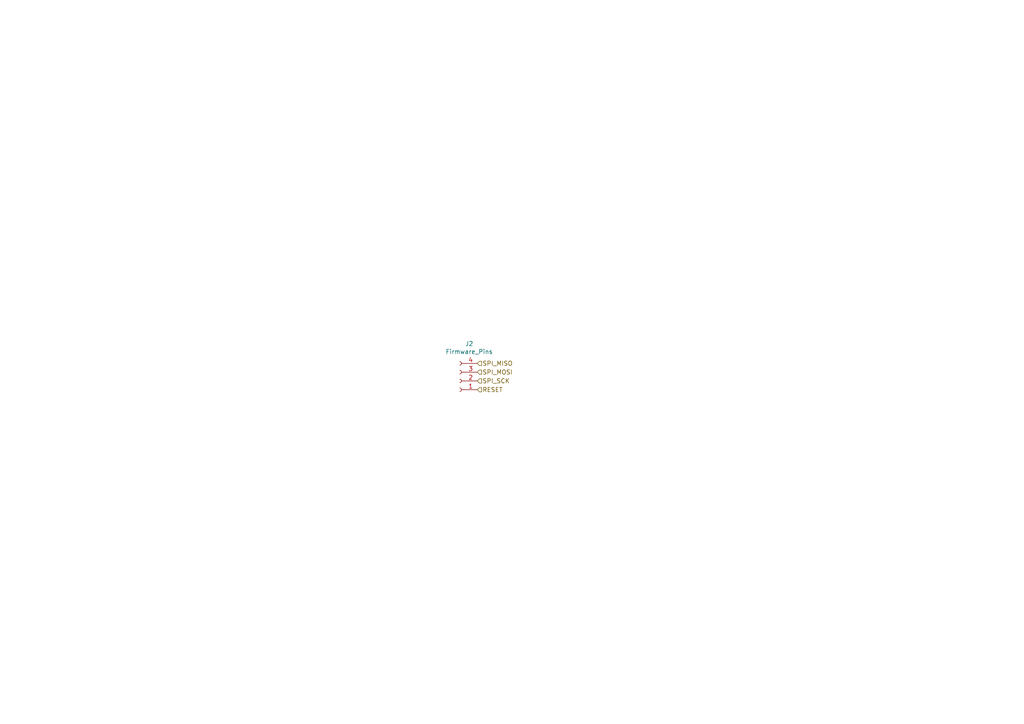
<source format=kicad_sch>
(kicad_sch (version 20210621) (generator eeschema)
  (paper "A4")
  (title_block (title "Wederian") (date "2021-10-24") (rev "0.2.0") (comment 1 "Mark Raynsford") (comment 2 "https://www.github.com/io7m/wederian"))
  (lib_symbols
    (symbol "Connector:Conn_01x04_Female" (pin_names (offset 1.016) hide)
      (property "Reference" "J" (at 0 5.08 0))
      (property "Value" "Conn_01x04_Female" (at 0 -7.62 0))
      (symbol "Conn_01x04_Female_1_1"
        (arc (start 0 -4.572) (mid -0.508 -5.08) (end 0 -5.588) (stroke (width 0.1524)))
        (arc (start 0 -2.032) (mid -0.508 -2.54) (end 0 -3.048) (stroke (width 0.1524)))
        (polyline (pts (xy -1.27 -5.08) (xy -0.508 -5.08)) (stroke (width 0.1524)))
        (polyline (pts (xy -1.27 -2.54) (xy -0.508 -2.54)) (stroke (width 0.1524)))
        (polyline (pts (xy -1.27 0) (xy -0.508 0)) (stroke (width 0.1524)))
        (polyline (pts (xy -1.27 2.54) (xy -0.508 2.54)) (stroke (width 0.1524)))
        (arc (start 0 0.508) (mid -0.508 0) (end 0 -0.508) (stroke (width 0.1524)))
        (arc (start 0 3.048) (mid -0.508 2.54) (end 0 2.032) (stroke (width 0.1524)))
        (pin passive line (at -5.08 2.54 0) (length 3.81) (name "Pin_1") (number "1"))
        (pin passive line (at -5.08 0 0) (length 3.81) (name "Pin_2") (number "2"))
        (pin passive line (at -5.08 -2.54 0) (length 3.81) (name "Pin_3") (number "3"))
        (pin passive line (at -5.08 -5.08 0) (length 3.81) (name "Pin_4") (number "4"))
      )
    )
  )
  (hierarchical_label "SPI_MISO" (shape input) (at 138.43 105.41 0))
  (hierarchical_label "SPI_MOSI" (shape input) (at 138.43 107.95 0))
  (hierarchical_label "SPI_SCK" (shape input) (at 138.43 110.49 0))
  (hierarchical_label "RESET" (shape input) (at 138.43 113.03 0))
  (symbol (lib_id "Connector:Conn_01x04_Female") (at 133.35 110.49 180) (unit 1)
    (property "Reference" "J2" (at 136.0932 99.695 0))
    (property "Value" "Firmware_Pins" (at 136.0932 102.0064 0))
    (property "Footprint" "Connector_PinSocket_2.00mm:PinSocket_1x04_P2.00mm_Vertical_SMD_Pin1Left" (effects hide))
  )
)
</source>
